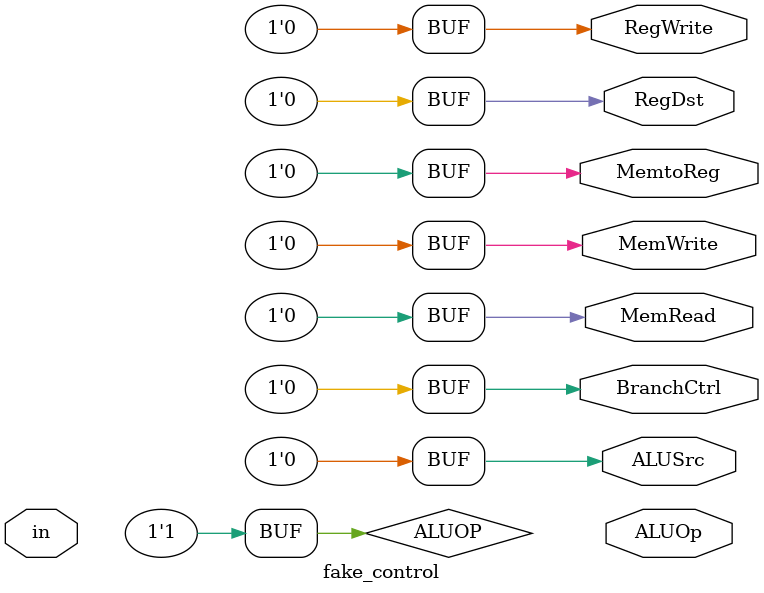
<source format=v>

`timescale 1ns/10ps

module fake_control(in, ALUOp, RegDst, BranchCtrl, 
      MemRead,MemtoReg,MemWrite,ALUSrc,RegWrite);
   input [5:0] in;
   output wire [2:0] ALUOp;
   output wire RegDst, BranchCtrl, MemRead, MemtoReg, MemWrite, ALUSrc, RegWrite;

   assign RegDst = 1'b0;
   assign BranchCtrl = 1'b0;
   assign MemRead = 1'b0;
   assign MemtoReg = 1'b0;
   assign MemWrite = 1'b0;
   assign ALUSrc = 1'b0;
   assign RegWrite = 1'b0;
   assign ALUOP = 3'b111;

endmodule 

</source>
